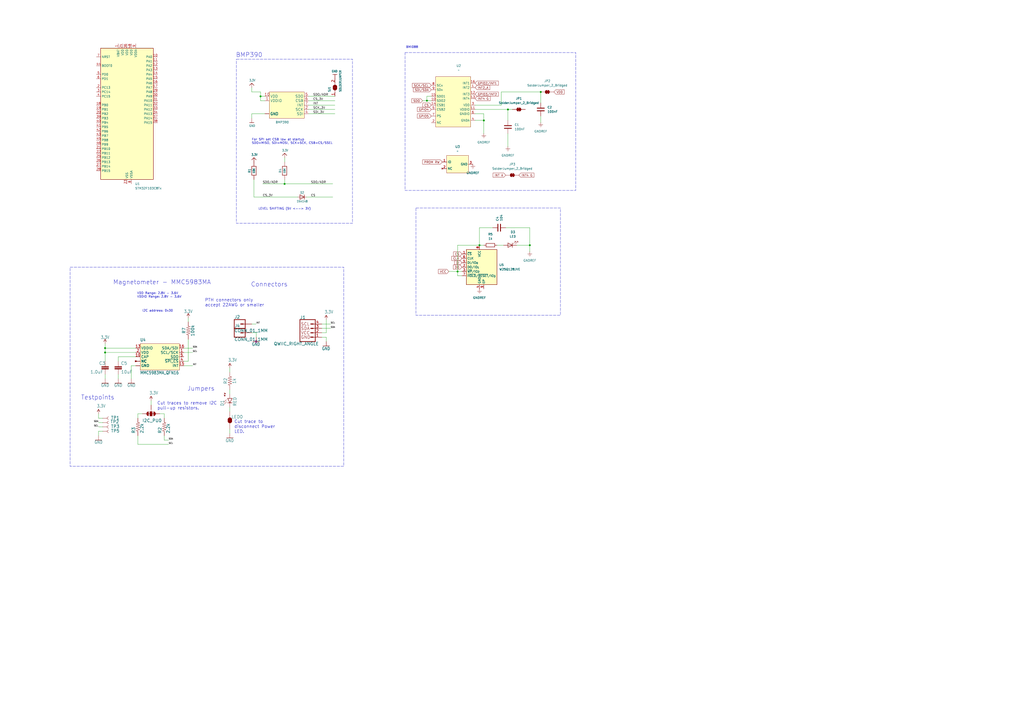
<source format=kicad_sch>
(kicad_sch (version 20250114) (generator "eeschema") (generator_version "9.0")
  (paper "A2")
  (lib_symbols
    (symbol "Adafruit BMP390-eagle-import:microbuilder_3.3V" (power)
      (symbol "microbuilder_3.3V_1_0"
        (pin power_in line (at 0 -2.54 90) (length 2.54) (name "3.3V") (number "1"))
      )
    )
    (symbol "Adafruit BMP390-eagle-import:microbuilder_BMP388"
      (property "Value" "BMP390" (at -6.604 -10.668 0))
      (symbol "microbuilder_BMP388_1_0"
        (pin power_in line (at -12.7 5.08 0) (length 2.54) (name "VDD") (number "10"))
        (pin power_in line (at -12.7 2.54 0) (length 2.54) (name "VDDIO") (number "1"))
        (pin power_in line (at -12.7 -5.08 0) (length 2.54) (name "GND") (number "3"))
        (pin power_in line (at -12.7 -5.08 0) (length 2.54) (name "GND") (number "8"))
        (pin power_in line (at -12.7 -5.08 0) (length 2.54) (name "GND") (number "9"))
        (pin output line (at 12.7 5.08 180) (length 2.54) (name "SDO") (number "5"))
        (pin input line (at 12.7 2.54 180) (length 2.54) (name "CSB") (number "6"))
        (pin output line (at 12.7 0 180) (length 2.54) (name "INT") (number "7"))
        (pin input line (at 12.7 -2.54 180) (length 2.54) (name "SCK") (number "2"))
        (pin input line (at 12.7 -5.08 180) (length 2.54) (name "SDI") (number "4"))
      )
    )
    (symbol "Adafruit BMP390-eagle-import:microbuilder_DIODESOD-323"
      (property "Reference" "D" (at 0 2.54 0))
      (symbol "microbuilder_DIODESOD-323_1_0"
        (pin passive line (at -2.54 0 0) (length 2.54) (name "A") (number "A"))
        (pin passive line (at 2.54 0 180) (length 2.54) (name "C") (number "C"))
      )
    )
    (symbol "Adafruit BMP390-eagle-import:microbuilder_GND" (power)
      (symbol "microbuilder_GND_1_0"
        (pin power_in line (at 0 2.54 270) (length 2.54) (name "GND") (number "1"))
      )
    )
    (symbol "Adafruit BMP390-eagle-import:microbuilder_RESISTOR_0603_NOOUT"
      (property "Reference" "R" (at 0 2.54 0))
      (symbol "microbuilder_RESISTOR_0603_NOOUT_1_0"
        (pin passive line (at -5.08 0 0) (length 2.54) (name "1") (number "1"))
        (pin passive line (at 5.08 0 180) (length 2.54) (name "2") (number "2"))
      )
    )
    (symbol "Adafruit BMP390-eagle-import:microbuilder_SOLDERJUMPER"
      (property "Reference" "SJ" (at -2.54 2.54 0))
      (symbol "microbuilder_SOLDERJUMPER_1_0"
        (pin passive line (at -5.08 0 0) (length 2.54) (name "1") (number "1"))
        (pin passive line (at 5.08 0 180) (length 2.54) (name "2") (number "2"))
      )
    )
    (symbol "Device:C" (pin_numbers (hide yes)) (pin_names (offset 0.254))
      (property "Reference" "C" (at 0.635 2.54 0))
      (property "Value" "C" (at 0.635 -2.54 0))
      (symbol "C_1_1"
        (pin passive line (at 0 3.81 270) (length 2.794) (name "~") (number "1"))
        (pin passive line (at 0 -3.81 90) (length 2.794) (name "~") (number "2"))
      )
    )
    (symbol "Device:LED" (pin_numbers (hide yes)) (pin_names (offset 1.016) (hide yes))
      (property "Reference" "D" (at 0 2.54 0))
      (property "Value" "LED" (at 0 -2.54 0))
      (symbol "LED_1_1"
        (pin passive line (at -3.81 0 0) (length 2.54) (name "K") (number "1"))
        (pin passive line (at 3.81 0 180) (length 2.54) (name "A") (number "2"))
      )
    )
    (symbol "Device:R" (pin_numbers (hide yes)) (pin_names (offset 0))
      (property "Reference" "R" (at 2.032 0 90))
      (property "Value" "R" (at 0 0 90))
      (symbol "R_1_1"
        (pin passive line (at 0 3.81 270) (length 1.27) (name "~") (number "1"))
        (pin passive line (at 0 -3.81 90) (length 1.27) (name "~") (number "2"))
      )
    )
    (symbol "Jumper:SolderJumper_2_Bridged" (pin_numbers (hide yes)) (pin_names (offset 0) (hide yes)) (in_bom no)
      (property "Reference" "JP" (at 0 2.032 0))
      (property "Value" "SolderJumper_2_Bridged" (at 0 -2.54 0))
      (symbol "SolderJumper_2_Bridged_1_1"
        (pin passive line (at -3.81 0 0) (length 2.54) (name "A") (number "1"))
        (pin passive line (at 3.81 0 180) (length 2.54) (name "B") (number "2"))
      )
    )
    (symbol "MCU_ST_STM32F1:STM32F103C8Tx"
      (property "Reference" "U" (at -15.24 39.37 0))
      (property "Value" "STM32F103C8Tx" (at 7.62 39.37 0))
      (symbol "STM32F103C8Tx_1_1"
        (pin input line (at -17.78 33.02 0) (length 2.54) (name "NRST") (number "7"))
        (pin input line (at -17.78 27.94 0) (length 2.54) (name "BOOT0") (number "44"))
        (pin bidirectional line (at -17.78 22.86 0) (length 2.54) (name "PD0") (number "5"))
        (pin bidirectional line (at -17.78 20.32 0) (length 2.54) (name "PD1") (number "6"))
        (pin bidirectional line (at -17.78 15.24 0) (length 2.54) (name "PC13") (number "2"))
        (pin bidirectional line (at -17.78 12.7 0) (length 2.54) (name "PC14") (number "3"))
        (pin bidirectional line (at -17.78 10.16 0) (length 2.54) (name "PC15") (number "4"))
        (pin bidirectional line (at -17.78 5.08 0) (length 2.54) (name "PB0") (number "18"))
        (pin bidirectional line (at -17.78 2.54 0) (length 2.54) (name "PB1") (number "19"))
        (pin bidirectional line (at -17.78 0 0) (length 2.54) (name "PB2") (number "20"))
        (pin bidirectional line (at -17.78 -2.54 0) (length 2.54) (name "PB3") (number "39"))
        (pin bidirectional line (at -17.78 -5.08 0) (length 2.54) (name "PB4") (number "40"))
        (pin bidirectional line (at -17.78 -7.62 0) (length 2.54) (name "PB5") (number "41"))
        (pin bidirectional line (at -17.78 -10.16 0) (length 2.54) (name "PB6") (number "42"))
        (pin bidirectional line (at -17.78 -12.7 0) (length 2.54) (name "PB7") (number "43"))
        (pin bidirectional line (at -17.78 -15.24 0) (length 2.54) (name "PB8") (number "45"))
        (pin bidirectional line (at -17.78 -17.78 0) (length 2.54) (name "PB9") (number "46"))
        (pin bidirectional line (at -17.78 -20.32 0) (length 2.54) (name "PB10") (number "21"))
        (pin bidirectional line (at -17.78 -22.86 0) (length 2.54) (name "PB11") (number "22"))
        (pin bidirectional line (at -17.78 -25.4 0) (length 2.54) (name "PB12") (number "25"))
        (pin bidirectional line (at -17.78 -27.94 0) (length 2.54) (name "PB13") (number "26"))
        (pin bidirectional line (at -17.78 -30.48 0) (length 2.54) (name "PB14") (number "27"))
        (pin bidirectional line (at -17.78 -33.02 0) (length 2.54) (name "PB15") (number "28"))
        (pin power_in line (at -5.08 40.64 270) (length 2.54) (name "VBAT") (number "1"))
        (pin power_in line (at -2.54 40.64 270) (length 2.54) (name "VDD") (number "24"))
        (pin power_in line (at 0 40.64 270) (length 2.54) (name "VDD") (number "36"))
        (pin power_in line (at 0 -40.64 90) (length 2.54) (name "VSS") (number "23"))
        (pin passive line (at 0 -40.64 90) (length 2.54) (hide yes) (name "VSS") (number "35"))
        (pin passive line (at 0 -40.64 90) (length 2.54) (hide yes) (name "VSS") (number "47"))
        (pin power_in line (at 2.54 40.64 270) (length 2.54) (name "VDD") (number "48"))
        (pin power_in line (at 2.54 -40.64 90) (length 2.54) (name "VSSA") (number "8"))
        (pin power_in line (at 5.08 40.64 270) (length 2.54) (name "VDDA") (number "9"))
        (pin bidirectional line (at 17.78 33.02 180) (length 2.54) (name "PA0") (number "10"))
        (pin bidirectional line (at 17.78 30.48 180) (length 2.54) (name "PA1") (number "11"))
        (pin bidirectional line (at 17.78 27.94 180) (length 2.54) (name "PA2") (number "12"))
        (pin bidirectional line (at 17.78 25.4 180) (length 2.54) (name "PA3") (number "13"))
        (pin bidirectional line (at 17.78 22.86 180) (length 2.54) (name "PA4") (number "14"))
        (pin bidirectional line (at 17.78 20.32 180) (length 2.54) (name "PA5") (number "15"))
        (pin bidirectional line (at 17.78 17.78 180) (length 2.54) (name "PA6") (number "16"))
        (pin bidirectional line (at 17.78 15.24 180) (length 2.54) (name "PA7") (number "17"))
        (pin bidirectional line (at 17.78 12.7 180) (length 2.54) (name "PA8") (number "29"))
        (pin bidirectional line (at 17.78 10.16 180) (length 2.54) (name "PA9") (number "30"))
        (pin bidirectional line (at 17.78 7.62 180) (length 2.54) (name "PA10") (number "31"))
        (pin bidirectional line (at 17.78 5.08 180) (length 2.54) (name "PA11") (number "32"))
        (pin bidirectional line (at 17.78 2.54 180) (length 2.54) (name "PA12") (number "33"))
        (pin bidirectional line (at 17.78 0 180) (length 2.54) (name "PA13") (number "34"))
        (pin bidirectional line (at 17.78 -2.54 180) (length 2.54) (name "PA14") (number "37"))
        (pin bidirectional line (at 17.78 -5.08 180) (length 2.54) (name "PA15") (number "38"))
      )
    )
    (symbol "Memory_Flash:W25Q128JVE"
      (property "Reference" "U" (at -6.35 11.43 0))
      (property "Value" "W25Q128JVE" (at 7.62 11.43 0))
      (symbol "W25Q128JVE_1_1"
        (pin input line (at -10.16 7.62 0) (length 2.54) (name "~{CS}") (number "1"))
        (pin input line (at -10.16 5.08 0) (length 2.54) (name "CLK") (number "6"))
        (pin bidirectional line (at -10.16 2.54 0) (length 2.54) (name "DI/IO_{0}") (number "5"))
        (pin bidirectional line (at -10.16 0 0) (length 2.54) (name "DO/IO_{1}") (number "2"))
        (pin bidirectional line (at -10.16 -2.54 0) (length 2.54) (name "~{WP}/IO_{2}") (number "3"))
        (pin bidirectional line (at -10.16 -5.08 0) (length 2.54) (name "~{HOLD}/~{RESET}/IO_{3}") (number "7"))
        (pin power_in line (at 0 12.7 270) (length 2.54) (name "VCC") (number "8"))
        (pin power_in line (at 0 -12.7 90) (length 2.54) (name "GND") (number "4"))
        (pin passive line (at 2.54 -12.7 90) (length 2.54) (name "EP") (number "9"))
      )
    )
    (symbol "New_Library:BMi088"
      (property "Reference" "U2" (at 13.335 29.21 0))
      (property "Value" "~" (at 13.335 26.67 0))
      (symbol "BMi088_1_1"
        (pin output line (at -2.54 17.78 0) (length 2.54) (name "SCx") (number "8"))
        (pin input line (at -2.54 15.24 0) (length 2.54) (name "SDx") (number "9"))
        (pin output line (at -2.54 11.43 0) (length 2.54) (name "SDO1") (number "15"))
        (pin output line (at -2.54 8.89 0) (length 2.54) (name "SDO2") (number "10"))
        (pin input line (at -2.54 6.35 0) (length 2.54) (name "CSB1") (number "14"))
        (pin input line (at -2.54 3.81 0) (length 2.54) (name "CSB2") (number "5"))
        (pin input line (at -2.54 0 0) (length 2.54) (name "PS") (number "7"))
        (pin power_out line (at -2.54 -3.81 0) (length 2.54) (name "NC") (number "2"))
        (pin output line (at 22.86 19.05 180) (length 2.54) (name "INT1") (number "16"))
        (pin output line (at 22.86 16.51 180) (length 2.54) (name "INT2") (number "1"))
        (pin bidirectional line (at 22.86 12.7 180) (length 2.54) (name "INT3") (number "12"))
        (pin bidirectional line (at 22.86 10.16 180) (length 2.54) (name "INT4") (number "13"))
        (pin power_in line (at 22.86 6.35 180) (length 2.54) (name "VDD") (number "3"))
        (pin power_in line (at 22.86 3.81 180) (length 2.54) (name "VDDIO") (number "11"))
        (pin power_in line (at 22.86 1.27 180) (length 2.54) (name "GNDIO") (number "6"))
        (pin power_in line (at 22.86 -2.54 180) (length 2.54) (name "GNDA") (number "4"))
      )
    )
    (symbol "New_Library:_1"
      (property "Reference" "U" (at 0 0 0))
      (symbol "_1_1_1"
        (pin power_in line (at -8.89 -6.35 0) (length 2.54) (name "IO") (number "1"))
        (pin no_connect line (at -8.89 -10.16 0) (length 2.54) (name "NC") (number "2"))
        (pin power_out line (at 8.89 -7.62 180) (length 2.54) (name "GND") (number "3"))
      )
    )
    (symbol "SparkFun_Magnetometer_MMC5983MA_Qwiic_Micro-eagle-import:1.0UF-0402T-16V-10%"
      (property "Reference" "C" (at 1.524 2.921 0))
      (symbol "1.0UF-0402T-16V-10%_1_0"
        (pin passive line (at 0 5.08 270) (length 2.54) (name "1") (number "1"))
        (pin passive line (at 0 -2.54 90) (length 2.54) (name "2") (number "2"))
      )
    )
    (symbol "SparkFun_Magnetometer_MMC5983MA_Qwiic_Micro-eagle-import:100KOHM-0402T-1/16W-1%"
      (property "Reference" "R" (at 0 1.524 0))
      (symbol "100KOHM-0402T-1/16W-1%_1_0"
        (pin passive line (at -5.08 0 0) (length 2.54) (name "1") (number "1"))
        (pin passive line (at 5.08 0 180) (length 2.54) (name "2") (number "2"))
      )
    )
    (symbol "SparkFun_Magnetometer_MMC5983MA_Qwiic_Micro-eagle-import:10UF-0402T-6.3V-20%"
      (property "Reference" "C" (at 1.524 2.921 0))
      (symbol "10UF-0402T-6.3V-20%_1_0"
        (pin passive line (at 0 5.08 270) (length 2.54) (name "1") (number "1"))
        (pin passive line (at 0 -2.54 90) (length 2.54) (name "2") (number "2"))
      )
    )
    (symbol "SparkFun_Magnetometer_MMC5983MA_Qwiic_Micro-eagle-import:1KOHM-0402T-1/16W-1%"
      (property "Reference" "R" (at 0 1.524 0))
      (symbol "1KOHM-0402T-1/16W-1%_1_0"
        (pin passive line (at -5.08 0 0) (length 2.54) (name "1") (number "1"))
        (pin passive line (at 5.08 0 180) (length 2.54) (name "2") (number "2"))
      )
    )
    (symbol "SparkFun_Magnetometer_MMC5983MA_Qwiic_Micro-eagle-import:2.2KOHM-0402T-1/16W-1%"
      (property "Reference" "R" (at 0 1.524 0))
      (symbol "2.2KOHM-0402T-1/16W-1%_1_0"
        (pin passive line (at -5.08 0 0) (length 2.54) (name "1") (number "1"))
        (pin passive line (at 5.08 0 180) (length 2.54) (name "2") (number "2"))
      )
    )
    (symbol "SparkFun_Magnetometer_MMC5983MA_Qwiic_Micro-eagle-import:3.3V" (power)
      (symbol "3.3V_1_0"
        (pin power_in line (at 0 0 90) (length 2.54) (name "3.3V") (number "1"))
      )
    )
    (symbol "SparkFun_Magnetometer_MMC5983MA_Qwiic_Micro-eagle-import:CONN_01_1MM"
      (property "Reference" "J" (at -2.54 3.048 0))
      (symbol "CONN_01_1MM_1_0"
        (pin passive line (at 7.62 0 180) (length 5.08) (name "1") (number "1"))
      )
    )
    (symbol "SparkFun_Magnetometer_MMC5983MA_Qwiic_Micro-eagle-import:GND" (power)
      (symbol "GND_1_0"
        (pin power_in line (at 0 2.54 270) (length 2.54) (name "GND") (number "1"))
      )
    )
    (symbol "SparkFun_Magnetometer_MMC5983MA_Qwiic_Micro-eagle-import:JUMPER-SMT_2_NC_TRACE_SILK"
      (property "Reference" "JP" (at 0 3.048 0))
      (symbol "JUMPER-SMT_2_NC_TRACE_SILK_1_0"
        (pin passive line (at -5.08 0 0) (length 2.54) (name "1") (number "1"))
        (pin passive line (at 5.08 0 180) (length 2.54) (name "2") (number "2"))
      )
    )
    (symbol "SparkFun_Magnetometer_MMC5983MA_Qwiic_Micro-eagle-import:JUMPER-SMT_3_2-NC_TRACE_SILK"
      (property "Reference" "JP" (at 6.096 1.524 0))
      (symbol "JUMPER-SMT_3_2-NC_TRACE_SILK_1_0"
        (pin passive line (at -5.08 0 0) (length 2.54) (name "2") (number "2"))
        (pin passive line (at 0 5.08 270) (length 2.54) (name "1") (number "1"))
        (pin passive line (at 0 -5.08 90) (length 2.54) (name "3") (number "3"))
      )
    )
    (symbol "SparkFun_Magnetometer_MMC5983MA_Qwiic_Micro-eagle-import:LED-RED_0402"
      (property "Reference" "D" (at -3.429 -4.572 90))
      (symbol "LED-RED_0402_1_0"
        (pin passive line (at 0 2.54 270) (length 2.54) (name "A") (number "A"))
        (pin passive line (at 0 -5.08 90) (length 2.54) (name "C") (number "C"))
      )
    )
    (symbol "SparkFun_Magnetometer_MMC5983MA_Qwiic_Micro-eagle-import:MMC5983MA_QFN16"
      (property "Reference" "U4" (at -10.16 8.89 0))
      (property "Value" "MMC5983MA_QFN16" (at -10.16 -10.16 0))
      (symbol "MMC5983MA_QFN16_1_0"
        (pin power_in line (at -12.7 5.08 0) (length 2.54) (name "VDDIO") (number "13"))
        (pin power_in line (at -12.7 2.54 0) (length 2.54) (name "VDD") (number "2"))
        (pin passive line (at -12.7 0 0) (length 2.54) (name "CAP") (number "10"))
        (pin no_connect line (at -12.7 -2.54 0) (length 2.54) (name "NC") (number "12"))
        (pin no_connect line (at -12.7 -2.54 0) (length 2.54) (name "NC") (number "14"))
        (pin no_connect line (at -12.7 -2.54 0) (length 2.54) (name "NC") (number "3"))
        (pin no_connect line (at -12.7 -2.54 0) (length 2.54) (name "NC") (number "6"))
        (pin no_connect line (at -12.7 -2.54 0) (length 2.54) (name "NC") (number "7"))
        (pin no_connect line (at -12.7 -2.54 0) (length 2.54) (name "NC") (number "8"))
        (pin power_in line (at -12.7 -5.08 0) (length 2.54) (name "GND") (number "11"))
        (pin power_in line (at -12.7 -5.08 0) (length 2.54) (name "GND") (number "9"))
        (pin bidirectional line (at 15.24 5.08 180) (length 2.54) (name "SDA/SDI") (number "16"))
        (pin bidirectional line (at 15.24 2.54 180) (length 2.54) (name "SCL/SCK") (number "1"))
        (pin output line (at 15.24 0 180) (length 2.54) (name "SDO") (number "5"))
        (pin input line (at 15.24 -2.54 180) (length 2.54) (name "~{SPI_CS}") (number "4"))
        (pin output line (at 15.24 -5.08 180) (length 2.54) (name "INT") (number "15"))
      )
    )
    (symbol "SparkFun_Magnetometer_MMC5983MA_Qwiic_Micro-eagle-import:QWIIC_CONNECTORJS-1MM"
      (property "Reference" "J" (at -5.08 7.874 0))
      (symbol "QWIIC_CONNECTORJS-1MM_1_0"
        (text "SCL" (at -4.572 5.08 0) (effects (font (size 1.778 1.778)) (justify left)))
        (text "SDA" (at -4.572 2.54 0) (effects (font (size 1.778 1.778)) (justify left)))
        (text "VCC" (at -4.572 0 0) (effects (font (size 1.778 1.778)) (justify left)))
        (text "GND" (at -4.572 -2.54 0) (effects (font (size 1.778 1.778)) (justify left)))
        (pin passive line (at 7.62 5.08 180) (length 5.08) (name "4") (number "4"))
        (pin passive line (at 7.62 2.54 180) (length 5.08) (name "3") (number "3"))
        (pin power_in line (at 7.62 0 180) (length 5.08) (name "2") (number "2"))
        (pin power_in line (at 7.62 -2.54 180) (length 5.08) (name "1") (number "1"))
      )
    )
    (symbol "SparkFun_Magnetometer_MMC5983MA_Qwiic_Micro-eagle-import:TEST-POINT3"
      (symbol "TEST-POINT3_1_0"
        (pin bidirectional line (at 0 0 180) (length 0) (name "1") (number "1"))
      )
    )
    (symbol "power:GNDREF" (power) (pin_numbers (hide yes)) (pin_names (offset 0) (hide yes))
      (property "Value" "GNDREF" (at 0 -3.81 0))
      (symbol "GNDREF_1_1"
        (pin power_in line (at 0 0 270) (length 0) (name "~") (number "1"))
      )
    )
  )
  (rectangle (start 241.3 120.65) (end 325.12 182.88) (stroke (width 0) (type dash)))
  (rectangle (start 234.95 30.48) (end 334.01 110.49) (stroke (width 0) (type dash)))
  (rectangle (start 137.16 34.29) (end 204.47 129.54) (stroke (width 0) (type dash)))
  (rectangle (start 40.64 154.94) (end 199.39 270.51) (stroke (width 0) (type dash)))
  (text "BMP390" (at 144.526 32.004 0) (effects (font (size 2.54 2.54))))
  (text "BMI088" (at 239.014 27.432 0) (effects (font (size 1.27 1.27))))
  (text "LEVEL SHIFTING (5V <--> 3V)" (at 149.86 121.92 0) (effects (font (size 1.27 1.27)) (justify left bottom)))
  (text "Cut traces to remove I2C\npull-up resistors." (at 91.186 232.918 0) (effects (font (size 1.778 1.778)) (justify left top)))
  (text "Testpoints" (at 46.99 232.156 0) (effects (font (size 2.54 2.54)) (justify left bottom)))
  (text "Connectors" (at 156.21 165.1 0) (effects (font (size 2.54 2.54))))
  (text "PTH connectors only\naccept 22AWG or smaller" (at 118.872 178.054 0) (effects (font (size 1.778 1.778)) (justify left bottom)))
  (text "I2C address: 0x30" (at 91.44 180.34 0) (effects (font (size 1.27 1.27))))
  (text "For SPI set CSB low at startup\nSDO=MISO, SDI=MOSI, SCK=SCK, CSB=CS/SSEL" (at 146.05 83.82 0) (effects (font (size 1.27 1.27)) (justify left bottom)))
  (text "VDD Range: 2.8V - 3.6V\nVDDIO Range: 2.8V - 3.6V" (at 79.502 172.974 0) (effects (font (size 1.27 1.27)) (justify left bottom)))
  (text "Jumpers" (at 116.586 225.552 0) (effects (font (size 2.54 2.54))))
  (text "Magnetometer - MMC5983MA" (at 93.98 163.83 0) (effects (font (size 2.54 2.54))))
  (text "Cut trace to\ndisconnect Power\nLED." (at 135.89 251.46 0) (effects (font (size 1.778 1.778)) (justify left bottom)))
  (junction (at 60.96 201.93))
  (junction (at 294.64 63.5))
  (junction (at 151.13 55.88))
  (junction (at 265.43 157.48))
  (junction (at 165.1 106.68))
  (junction (at 247.65 58.42))
  (junction (at 280.67 69.85))
  (junction (at 60.96 204.47))
  (junction (at 278.13 142.24))
  (junction (at 313.69 53.34))
  (junction (at 307.34 142.24))
  (wire (pts (xy 60.96 217.17) (xy 60.96 219.71)) (stroke (width 0.1524)))
  (wire (pts (xy 189.23 195.58) (xy 189.23 198.12)) (stroke (width 0.1524)))
  (wire (pts (xy 148.59 193.04) (xy 148.59 195.58)) (stroke (width 0.1524)))
  (wire (pts (xy 307.34 132.08) (xy 307.34 142.24)))
  (wire (pts (xy 95.25 255.27) (xy 97.79 255.27)) (stroke (width 0.1524)))
  (wire (pts (xy 245.11 58.42) (xy 247.65 58.42)))
  (wire (pts (xy 179.07 58.42) (xy 194.31 58.42)) (stroke (width 0.1524)))
  (wire (pts (xy 146.05 193.04) (xy 148.59 193.04)) (stroke (width 0.1524)))
  (wire (pts (xy 106.68 201.93) (xy 111.76 201.93)) (stroke (width 0.1524)))
  (wire (pts (xy 294.64 77.47) (xy 294.64 85.09)))
  (wire (pts (xy 57.15 250.19) (xy 57.15 252.73)) (stroke (width 0.1524)))
  (wire (pts (xy 133.35 248.92) (xy 133.35 251.46)) (stroke (width 0.1524)))
  (wire (pts (xy 186.69 195.58) (xy 189.23 195.58)) (stroke (width 0.1524)))
  (wire (pts (xy 60.96 201.93) (xy 78.74 201.93)) (stroke (width 0.1524)))
  (wire (pts (xy 280.67 66.04) (xy 280.67 69.85)))
  (wire (pts (xy 288.29 142.24) (xy 292.1 142.24)))
  (wire (pts (xy 265.43 160.02) (xy 265.43 157.48)))
  (wire (pts (xy 247.65 55.88) (xy 247.65 58.42)))
  (wire (pts (xy 106.68 204.47) (xy 111.76 204.47)) (stroke (width 0.1524)))
  (wire (pts (xy 59.69 242.57) (xy 57.15 242.57)) (stroke (width 0.1524)))
  (wire (pts (xy 278.13 132.08) (xy 278.13 142.24)))
  (wire (pts (xy 194.31 63.5) (xy 179.07 63.5)) (stroke (width 0.1524)))
  (wire (pts (xy 68.58 209.55) (xy 68.58 207.01)) (stroke (width 0.1524)))
  (wire (pts (xy 146.05 66.04) (xy 153.67 66.04)) (stroke (width 0.1524)))
  (wire (pts (xy 307.34 142.24) (xy 307.34 146.05)))
  (wire (pts (xy 95.25 240.03) (xy 95.25 242.57)) (stroke (width 0.1524)))
  (wire (pts (xy 265.43 157.48) (xy 265.43 142.24)))
  (wire (pts (xy 179.07 60.96) (xy 194.31 60.96)) (stroke (width 0.1524)))
  (wire (pts (xy 133.35 215.9) (xy 133.35 213.36)) (stroke (width 0.1524)))
  (wire (pts (xy 172.72 114.3) (xy 147.32 114.3)) (stroke (width 0.1524)))
  (wire (pts (xy 146.05 53.34) (xy 151.13 53.34)) (stroke (width 0.1524)))
  (wire (pts (xy 148.59 187.96) (xy 146.05 187.96)) (stroke (width 0.1524)))
  (wire (pts (xy 165.1 106.68) (xy 152.4 106.68)) (stroke (width 0.1524)))
  (wire (pts (xy 80.01 252.73) (xy 80.01 257.81)) (stroke (width 0.1524)))
  (wire (pts (xy 151.13 58.42) (xy 153.67 58.42)) (stroke (width 0.1524)))
  (wire (pts (xy 87.63 232.41) (xy 87.63 234.95)) (stroke (width 0.1524)))
  (wire (pts (xy 275.59 66.04) (xy 280.67 66.04)))
  (wire (pts (xy 186.69 190.5) (xy 191.77 190.5)) (stroke (width 0.1524)))
  (wire (pts (xy 76.2 212.09) (xy 76.2 219.71)) (stroke (width 0.1524)))
  (wire (pts (xy 133.35 236.22) (xy 133.35 238.76)) (stroke (width 0.1524)))
  (wire (pts (xy 165.1 91.44) (xy 165.1 93.98)) (stroke (width 0.1524)))
  (wire (pts (xy 275.59 69.85) (xy 280.67 69.85)))
  (wire (pts (xy 186.69 187.96) (xy 191.77 187.96)) (stroke (width 0.1524)))
  (wire (pts (xy 57.15 250.19) (xy 59.69 250.19)) (stroke (width 0.1524)))
  (wire (pts (xy 109.22 196.85) (xy 109.22 209.55)) (stroke (width 0.1524)))
  (wire (pts (xy 95.25 252.73) (xy 95.25 255.27)) (stroke (width 0.1524)))
  (wire (pts (xy 186.69 193.04) (xy 189.23 193.04)) (stroke (width 0.1524)))
  (wire (pts (xy 294.64 63.5) (xy 297.18 63.5)))
  (wire (pts (xy 275.59 63.5) (xy 294.64 63.5)))
  (wire (pts (xy 299.72 142.24) (xy 307.34 142.24)))
  (wire (pts (xy 78.74 212.09) (xy 76.2 212.09)) (stroke (width 0.1524)))
  (wire (pts (xy 78.74 204.47) (xy 60.96 204.47)) (stroke (width 0.1524)))
  (wire (pts (xy 165.1 106.68) (xy 193.04 106.68)) (stroke (width 0.1524)))
  (wire (pts (xy 68.58 217.17) (xy 68.58 219.71)) (stroke (width 0.1524)))
  (wire (pts (xy 275.59 60.96) (xy 290.83 60.96)))
  (wire (pts (xy 294.64 63.5) (xy 294.64 69.85)))
  (wire (pts (xy 153.67 55.88) (xy 151.13 55.88)) (stroke (width 0.1524)))
  (wire (pts (xy 133.35 226.06) (xy 133.35 228.6)) (stroke (width 0.1524)))
  (wire (pts (xy 265.43 142.24) (xy 278.13 142.24)))
  (wire (pts (xy 179.07 66.04) (xy 194.31 66.04)) (stroke (width 0.1524)))
  (wire (pts (xy 147.32 114.3) (xy 147.32 104.14)) (stroke (width 0.1524)))
  (wire (pts (xy 189.23 193.04) (xy 189.23 185.42)) (stroke (width 0.1524)))
  (wire (pts (xy 280.67 69.85) (xy 280.67 77.47)))
  (wire (pts (xy 60.96 199.39) (xy 60.96 201.93)) (stroke (width 0.1524)))
  (wire (pts (xy 290.83 60.96) (xy 290.83 53.34)))
  (wire (pts (xy 146.05 66.04) (xy 146.05 68.58)) (stroke (width 0.1524)))
  (wire (pts (xy 179.07 55.88) (xy 194.31 55.88)) (stroke (width 0.1524)))
  (wire (pts (xy 60.96 209.55) (xy 60.96 204.47)) (stroke (width 0.1524)))
  (wire (pts (xy 106.68 212.09) (xy 111.76 212.09)) (stroke (width 0.1524)))
  (wire (pts (xy 151.13 53.34) (xy 151.13 55.88)) (stroke (width 0.1524)))
  (wire (pts (xy 267.97 160.02) (xy 265.43 160.02)))
  (wire (pts (xy 59.69 245.11) (xy 57.15 245.11)) (stroke (width 0.1524)))
  (wire (pts (xy 57.15 242.57) (xy 57.15 240.03)) (stroke (width 0.1524)))
  (wire (pts (xy 78.74 207.01) (xy 68.58 207.01)) (stroke (width 0.1524)))
  (wire (pts (xy 278.13 142.24) (xy 280.67 142.24)))
  (wire (pts (xy 80.01 257.81) (xy 97.79 257.81)) (stroke (width 0.1524)))
  (wire (pts (xy 265.43 157.48) (xy 267.97 157.48)))
  (wire (pts (xy 165.1 104.14) (xy 165.1 106.68)) (stroke (width 0.1524)))
  (wire (pts (xy 313.69 59.69) (xy 313.69 53.34)))
  (wire (pts (xy 109.22 184.404) (xy 109.22 186.69)) (stroke (width 0.1524)))
  (wire (pts (xy 260.35 157.48) (xy 265.43 157.48)))
  (wire (pts (xy 146.05 50.8) (xy 146.05 53.34)) (stroke (width 0.1524)))
  (wire (pts (xy 290.83 53.34) (xy 313.69 53.34)))
  (wire (pts (xy 59.69 247.65) (xy 57.15 247.65)) (stroke (width 0.1524)))
  (wire (pts (xy 293.37 132.08) (xy 307.34 132.08)))
  (wire (pts (xy 313.69 67.31) (xy 313.69 71.12)))
  (wire (pts (xy 285.75 132.08) (xy 278.13 132.08)))
  (wire (pts (xy 151.13 55.88) (xy 151.13 58.42)) (stroke (width 0.1524)))
  (wire (pts (xy 247.65 58.42) (xy 250.19 58.42)))
  (wire (pts (xy 80.01 240.03) (xy 82.55 240.03)) (stroke (width 0.1524)))
  (wire (pts (xy 60.96 204.47) (xy 60.96 201.93)) (stroke (width 0.1524)))
  (wire (pts (xy 80.01 242.57) (xy 80.01 240.03)) (stroke (width 0.1524)))
  (wire (pts (xy 177.8 114.3) (xy 193.04 114.3)) (stroke (width 0.1524)))
  (wire (pts (xy 106.68 209.55) (xy 109.22 209.55)) (stroke (width 0.1524)))
  (wire (pts (xy 92.71 240.03) (xy 95.25 240.03)) (stroke (width 0.1524)))
  (wire (pts (xy 250.19 55.88) (xy 247.65 55.88)))
  (label "SDO/ADR" (at 152.4 106.68 0) (effects (font (size 1.2446 1.2446))))
  (label "SCL" (at 111.76 204.47 0) (effects (font (size 0.889 0.889))))
  (label "CS_3V" (at 152.4 114.3 0) (effects (font (size 1.2446 1.2446))))
  (label "SCL" (at 57.15 247.65 180) (effects (font (size 0.889 0.889))))
  (label "SDO/ADR" (at 181.61 55.88 0) (effects (font (size 1.2446 1.2446))))
  (label "INT" (at 148.59 187.96 0) (effects (font (size 0.889 0.889))))
  (label "SCK_3V" (at 181.61 63.5 0) (effects (font (size 1.2446 1.2446))))
  (label "SCL" (at 97.79 257.81 0) (effects (font (size 0.889 0.889))))
  (label "SDA" (at 57.15 245.11 180) (effects (font (size 0.889 0.889))))
  (label "SDO/ADR" (at 180.34 106.68 0) (effects (font (size 1.2446 1.2446))))
  (label "SCL" (at 191.77 187.96 0) (effects (font (size 0.889 0.889))))
  (label "INT" (at 181.61 60.96 0) (effects (font (size 1.2446 1.2446))))
  (label "CS" (at 180.34 114.3 0) (effects (font (size 1.2446 1.2446))))
  (label "SDA" (at 191.77 190.5 0) (effects (font (size 0.889 0.889))))
  (label "SDA" (at 97.79 255.27 0) (effects (font (size 0.889 0.889))))
  (label "SDI_3V" (at 181.61 66.04 0) (effects (font (size 1.2446 1.2446))))
  (label "CS_3V" (at 181.61 58.42 0) (effects (font (size 1.2446 1.2446))))
  (label "INT" (at 111.76 212.09 0) (effects (font (size 0.889 0.889))))
  (label "SDA" (at 111.76 201.93 0) (effects (font (size 0.889 0.889))))
  (global_label "GPIO5" (shape input) (at 250.19 67.31 180) (property "Intersheetrefs" "${INTERSHEET_REFS}" (effects (hide yes))))
  (global_label "GPIO4" (shape input) (at 250.19 63.5 180) (property "Intersheetrefs" "${INTERSHEET_REFS}" (effects (hide yes))))
  (global_label "SDI{slash}SDA" (shape input) (at 250.19 52.07 180) (property "Intersheetrefs" "${INTERSHEET_REFS}" (effects (hide yes))))
  (global_label "SCK{slash}SCL" (shape input) (at 250.19 49.53 180) (property "Intersheetrefs" "${INTERSHEET_REFS}" (effects (hide yes))))
  (global_label "GPIO3{slash}INT2" (shape input) (at 275.59 54.61 0) (property "Intersheetrefs" "${INTERSHEET_REFS}" (effects (hide yes))))
  (global_label "INT2_A" (shape input) (at 275.59 50.8 0) (property "Intersheetrefs" "${INTERSHEET_REFS}" (effects (hide yes))))
  (global_label "INT4 G" (shape input) (at 300.99 101.6 0) (property "Intersheetrefs" "${INTERSHEET_REFS}" (effects (hide yes))))
  (global_label "CLK" (shape input) (at 267.97 149.86 180) (property "Intersheetrefs" "${INTERSHEET_REFS}" (effects (hide yes))))
  (global_label "CS" (shape input) (at 250.19 60.96 180) (property "Intersheetrefs" "${INTERSHEET_REFS}" (effects (hide yes))))
  (global_label "DO" (shape input) (at 267.97 154.94 180) (property "Intersheetrefs" "${INTERSHEET_REFS}" (effects (hide yes))))
  (global_label "SDO" (shape input) (at 245.11 58.42 180) (property "Intersheetrefs" "${INTERSHEET_REFS}" (effects (hide yes))))
  (global_label "CS" (shape input) (at 267.97 147.32 180) (property "Intersheetrefs" "${INTERSHEET_REFS}" (effects (hide yes))))
  (global_label "VDD" (shape input) (at 321.31 53.34 0) (property "Intersheetrefs" "${INTERSHEET_REFS}" (effects (hide yes))))
  (global_label "PROM RW" (shape input) (at 256.54 93.98 180) (property "Intersheetrefs" "${INTERSHEET_REFS}" (effects (hide yes))))
  (global_label "INT A" (shape input) (at 293.37 101.6 180) (property "Intersheetrefs" "${INTERSHEET_REFS}" (effects (hide yes))))
  (global_label "INT4 G" (shape input) (at 275.59 57.15 0) (property "Intersheetrefs" "${INTERSHEET_REFS}" (effects (hide yes))))
  (global_label "DI" (shape input) (at 267.97 152.4 180) (property "Intersheetrefs" "${INTERSHEET_REFS}" (effects (hide yes))))
  (global_label "GPIO2{slash}INT1" (shape input) (at 275.59 48.26 0) (property "Intersheetrefs" "${INTERSHEET_REFS}" (effects (hide yes))))
  (global_label "VCC" (shape input) (at 260.35 157.48 180) (property "Intersheetrefs" "${INTERSHEET_REFS}" (effects (hide yes))))
  (symbol (lib_id "SparkFun_Magnetometer_MMC5983MA_Qwiic_Micro-eagle-import:GND") (at 57.15 255.27 0) (unit 1)
    (property "Reference" "#GND5" (effects (hide yes)))
    (property "Value" "GND" (at 57.15 255.524 0) (effects (font (size 1.778 1.5113)) (justify top)))
  )
  (symbol (lib_id "SparkFun_Magnetometer_MMC5983MA_Qwiic_Micro-eagle-import:3.3V") (at 60.96 199.39 0) (unit 1)
    (property "Reference" "#SUPPLY8" (effects (hide yes)))
    (property "Value" "3.3V" (at 60.96 196.596 0) (effects (font (size 1.778 1.5113)) (justify bottom)))
  )
  (symbol (lib_id "SparkFun_Magnetometer_MMC5983MA_Qwiic_Micro-eagle-import:GND") (at 133.35 254 0) (unit 1)
    (property "Reference" "#GND7" (effects (hide yes)))
    (property "Value" "GND" (at 130.81 256.54 0) (effects (font (size 1.778 1.5113)) (justify left bottom)))
  )
  (symbol (lib_id "SparkFun_Magnetometer_MMC5983MA_Qwiic_Micro-eagle-import:MMC5983MA_QFN16") (at 91.44 207.01 0) (unit 1)
    (property "Reference" "U4" (at 81.28 198.12 0) (effects (font (size 1.778 1.5113)) (justify left bottom)))
    (property "Value" "MMC5983MA_QFN16" (at 81.28 217.17 0) (effects (font (size 1.778 1.5113)) (justify left bottom)))
    (property "Footprint" "SparkFun_Magnetometer_MMC5983MA_Qwiic_Micro:LGA-16-3X3MM-4X4PINS" (effects (hide yes)))
  )
  (symbol (lib_id "SparkFun_Magnetometer_MMC5983MA_Qwiic_Micro-eagle-import:3.3V") (at 133.35 213.36 0) (unit 1)
    (property "Reference" "#SUPPLY3" (effects (hide yes)))
    (property "Value" "3.3V" (at 132.334 209.804 0) (effects (font (size 1.778 1.5113)) (justify left bottom)))
  )
  (symbol (lib_id "MCU_ST_STM32F1:STM32F103C8Tx") (at 73.66 66.04 0) (unit 1)
    (property "Reference" "U1" (at 78.3433 106.68 0) (effects (justify left)))
    (property "Value" "STM32F103C8Tx" (at 78.3433 109.22 0) (effects (justify left)))
    (property "Footprint" "Package_QFP:LQFP-48_7x7mm_P0.5mm" (effects (hide yes)))
    (property "Datasheet" "https://www.st.com/resource/en/datasheet/stm32f103c8.pdf" (effects (hide yes)))
    (property "Description" "STMicroelectronics Arm Cortex-M3 MCU, 64KB flash, 20KB RAM, 72 MHz, 2.0-3.6V, 37 GPIO, LQFP48" (effects (hide yes)))
  )
  (symbol (lib_id "SparkFun_Magnetometer_MMC5983MA_Qwiic_Micro-eagle-import:CONN_01_1MM") (at 138.43 193.04 0) (unit 1)
    (property "Reference" "J4" (at 135.89 189.992 0) (effects (font (size 1.778 1.778)) (justify left bottom)))
    (property "Value" "CONN_01_1MM" (at 135.89 197.866 0) (effects (font (size 1.778 1.778)) (justify left bottom)))
    (property "Footprint" "SparkFun_Magnetometer_MMC5983MA_Qwiic_Micro:1X01_1MM_NO_SILK" (effects (hide yes)))
  )
  (symbol (lib_id "Memory_Flash:W25Q128JVE") (at 278.13 154.94 0) (unit 1)
    (property "Reference" "U5" (at 289.56 153.6699 0) (effects (justify left)))
    (property "Value" "W25Q128JVE" (at 289.56 156.2099 0) (effects (justify left)))
    (property "Footprint" "Package_SON:WSON-8-1EP_8x6mm_P1.27mm_EP3.4x4.3mm" (effects (hide yes)))
    (property "Datasheet" "https://www.winbond.com/resource-files/w25q128jv_dtr%20revc%2003272018%20plus.pdf" (effects (hide yes)))
    (property "Description" "128Mbit / 16MiB Serial Flash Memory, Standard/Dual/Quad SPI, 2.7-3.6V, WSON-8" (effects (hide yes)))
  )
  (symbol (lib_id "Adafruit BMP390-eagle-import:microbuilder_RESISTOR_0603_NOOUT") (at 147.32 99.06 90) (unit 1)
    (property "Reference" "R1" (at 144.78 99.06 0))
    (property "Value" "10K" (at 147.32 99.06 0) (effects (font (size 1.016 1.016) (thickness 0.2032) (bold yes))))
    (property "Footprint" "Adafruit BMP390:0603-NO" (effects (hide yes)))
  )
  (symbol (lib_id "Jumper:SolderJumper_2_Bridged") (at 297.18 101.6 0) (unit 1) (in_bom no)
    (property "Reference" "JP3" (at 297.18 95.25 0))
    (property "Value" "SolderJumper_2_Bridged" (at 297.18 97.79 0))
    (property "Description" "Solder Jumper, 2-pole, closed/bridged" (effects (hide yes)))
  )
  (symbol (lib_id "SparkFun_Magnetometer_MMC5983MA_Qwiic_Micro-eagle-import:2.2KOHM-0402T-1/16W-1%") (at 95.25 247.65 90) (unit 1)
    (property "Reference" "R2" (at 93.7514 251.46 0) (effects (font (size 1.778 1.778)) (justify left bottom)))
    (property "Value" "2.2k" (at 98.552 251.46 0) (effects (font (size 1.778 1.778)) (justify left bottom)))
    (property "Footprint" "SparkFun_Magnetometer_MMC5983MA_Qwiic_Micro:0402-TIGHT" (effects (hide yes)))
  )
  (symbol (lib_id "SparkFun_Magnetometer_MMC5983MA_Qwiic_Micro-eagle-import:1.0UF-0402T-16V-10%") (at 60.96 214.63 0) (unit 1)
    (property "Reference" "C3" (at 57.404 211.709 0) (effects (font (size 1.778 1.778)) (justify left bottom)))
    (property "Value" "1.0uF" (at 52.324 216.789 0) (effects (font (size 1.778 1.778)) (justify left bottom)))
    (property "Footprint" "SparkFun_Magnetometer_MMC5983MA_Qwiic_Micro:0402-TIGHT" (effects (hide yes)))
  )
  (symbol (lib_id "Adafruit BMP390-eagle-import:microbuilder_SOLDERJUMPER") (at 194.31 50.8 90) (unit 1)
    (property "Reference" "SJ1" (at 191.77 53.34 0) (effects (font (size 1.27 1.0795)) (justify left bottom)))
    (property "Value" "SOLDERJUMPER" (at 198.12 53.34 0) (effects (font (size 1.27 1.0795)) (justify left bottom)))
    (property "Footprint" "Adafruit BMP390:SOLDERJUMPER_ARROW_NOPASTE" (effects (hide yes)))
  )
  (symbol (lib_id "Device:C") (at 313.69 63.5 0) (unit 1)
    (property "Reference" "C2" (at 317.5 62.2299 0) (effects (justify left)))
    (property "Value" "100nF" (at 317.5 64.7699 0) (effects (justify left)))
    (property "Description" "Unpolarized capacitor" (effects (hide yes)))
  )
  (symbol (lib_id "SparkFun_Magnetometer_MMC5983MA_Qwiic_Micro-eagle-import:2.2KOHM-0402T-1/16W-1%") (at 80.01 247.65 90) (unit 1)
    (property "Reference" "R3" (at 78.5114 251.46 0) (effects (font (size 1.778 1.778)) (justify left bottom)))
    (property "Value" "2.2k" (at 83.312 251.46 0) (effects (font (size 1.778 1.778)) (justify left bottom)))
    (property "Footprint" "SparkFun_Magnetometer_MMC5983MA_Qwiic_Micro:0402-TIGHT" (effects (hide yes)))
  )
  (symbol (lib_id "New_Library:BMi088") (at 252.73 67.31 0) (unit 1)
    (property "Reference" "U2" (at 266.065 38.1 0))
    (property "Value" "~" (at 266.065 40.64 0))
  )
  (symbol (lib_id "SparkFun_Magnetometer_MMC5983MA_Qwiic_Micro-eagle-import:GND") (at 189.23 200.66 0) (unit 1)
    (property "Reference" "#GND3" (effects (hide yes)))
    (property "Value" "GND" (at 186.69 203.2 0) (effects (font (size 1.778 1.5113)) (justify left bottom)))
  )
  (symbol (lib_id "SparkFun_Magnetometer_MMC5983MA_Qwiic_Micro-eagle-import:CONN_01_1MM") (at 138.43 187.96 0) (unit 1)
    (property "Reference" "J2" (at 135.89 184.912 0) (effects (font (size 1.778 1.778)) (justify left bottom)))
    (property "Value" "CONN_01_1MM" (at 135.89 192.786 0) (effects (font (size 1.778 1.778)) (justify left bottom)))
    (property "Footprint" "SparkFun_Magnetometer_MMC5983MA_Qwiic_Micro:1X01_1MM_NO_SILK" (effects (hide yes)))
  )
  (symbol (lib_id "Adafruit BMP390-eagle-import:microbuilder_3.3V") (at 146.05 48.26 0) (unit 1)
    (property "Reference" "#U$12" (effects (hide yes)))
    (property "Value" "3.3V" (at 144.526 47.244 0) (effects (font (size 1.27 1.0795)) (justify left bottom)))
  )
  (symbol (lib_id "Adafruit BMP390-eagle-import:microbuilder_DIODESOD-323") (at 175.26 114.3 0) (unit 1)
    (property "Reference" "D2" (at 175.26 111.76 0) (effects (font (size 1.27 1.0795))))
    (property "Value" "1N4148" (at 175.26 116.8 0) (effects (font (size 1.27 1.0795))))
    (property "Footprint" "Adafruit BMP390:SOD-323" (effects (hide yes)))
  )
  (symbol (lib_id "SparkFun_Magnetometer_MMC5983MA_Qwiic_Micro-eagle-import:3.3V") (at 87.63 232.41 0) (unit 1)
    (property "Reference" "#SUPPLY2" (effects (hide yes)))
    (property "Value" "3.3V" (at 86.614 228.854 0) (effects (font (size 1.778 1.5113)) (justify left bottom)))
  )
  (symbol (lib_id "SparkFun_Magnetometer_MMC5983MA_Qwiic_Micro-eagle-import:JUMPER-SMT_2_NC_TRACE_SILK") (at 133.35 243.84 90) (unit 1)
    (property "Reference" "LED0" (at 140.97 240.792 90) (effects (font (size 1.778 1.778)) (justify left bottom)))
    (property "Value" "JUMPER-SMT_2_NC_TRACE_SILK" (effects (hide yes)))
    (property "Footprint" "SparkFun_Magnetometer_MMC5983MA_Qwiic_Micro:SMT-JUMPER_2_NC_TRACE_SILK" (effects (hide yes)))
  )
  (symbol (lib_id "New_Library:_1") (at 265.43 87.63 0) (unit 1)
    (property "Reference" "U3" (at 265.43 85.09 0))
    (property "Value" "~" (at 265.43 87.63 0))
  )
  (symbol (lib_id "power:GNDREF") (at 278.13 167.64 0) (unit 1)
    (property "Reference" "#PWR06" (effects (hide yes)))
    (property "Value" "GNDREF" (at 278.13 172.72 0))
    (property "Description" "Power symbol creates a global label with name \"GNDREF\" , reference supply ground" (effects (hide yes)))
  )
  (symbol (lib_id "Adafruit BMP390-eagle-import:microbuilder_BMP388") (at 166.37 60.96 0) (unit 1)
    (property "Reference" "IC1" (effects (hide yes)))
    (property "Value" "BMP390" (at 159.766 71.628 0) (effects (justify left bottom)))
    (property "Footprint" "Adafruit BMP390:BMP388" (effects (hide yes)))
  )
  (symbol (lib_id "SparkFun_Magnetometer_MMC5983MA_Qwiic_Micro-eagle-import:1KOHM-0402T-1/16W-1%") (at 133.35 220.98 90) (unit 1)
    (property "Reference" "R2" (at 131.826 220.98 0) (effects (font (size 1.778 1.778)) (justify bottom)))
    (property "Value" "1k" (at 134.874 220.98 0) (effects (font (size 1.778 1.778)) (justify top)))
    (property "Footprint" "SparkFun_Magnetometer_MMC5983MA_Qwiic_Micro:0402-TIGHT" (effects (hide yes)))
  )
  (symbol (lib_id "SparkFun_Magnetometer_MMC5983MA_Qwiic_Micro-eagle-import:LED-RED_0402") (at 133.35 231.14 0) (unit 1)
    (property "Reference" "D1" (at 129.921 235.712 90) (effects (font (size 1.778 1.778)) (justify left bottom)))
    (property "Value" "RED" (at 135.255 235.712 90) (effects (font (size 1.778 1.778)) (justify left top)))
    (property "Footprint" "SparkFun_Magnetometer_MMC5983MA_Qwiic_Micro:LED-0402" (effects (hide yes)))
  )
  (symbol (lib_id "power:GNDREF") (at 294.64 85.09 0) (unit 1)
    (property "Reference" "#PWR01" (effects (hide yes)))
    (property "Value" "GNDREF" (at 294.64 90.17 0))
    (property "Description" "Power symbol creates a global label with name \"GNDREF\" , reference supply ground" (effects (hide yes)))
  )
  (symbol (lib_id "Device:C") (at 294.64 73.66 0) (unit 1)
    (property "Reference" "C1" (at 298.45 72.3899 0) (effects (justify left)))
    (property "Value" "100nF" (at 298.45 74.9299 0) (effects (justify left)))
    (property "Description" "Unpolarized capacitor" (effects (hide yes)))
  )
  (symbol (lib_id "Jumper:SolderJumper_2_Bridged") (at 317.5 53.34 0) (unit 1) (in_bom no)
    (property "Reference" "JP2" (at 317.5 46.99 0))
    (property "Value" "SolderJumper_2_Bridged" (at 317.5 49.53 0))
    (property "Description" "Solder Jumper, 2-pole, closed/bridged" (effects (hide yes)))
  )
  (symbol (lib_id "Adafruit BMP390-eagle-import:microbuilder_3.3V") (at 165.1 88.9 0) (unit 1)
    (property "Reference" "#U$25" (effects (hide yes)))
    (property "Value" "3.3V" (at 163.576 87.884 0) (effects (font (size 1.27 1.0795)) (justify left bottom)))
  )
  (symbol (lib_id "SparkFun_Magnetometer_MMC5983MA_Qwiic_Micro-eagle-import:TEST-POINT3") (at 59.69 245.11 0) (unit 1)
    (property "Reference" "TP2" (at 64.008 245.618 0) (effects (font (size 1.778 1.778)) (justify left bottom)))
    (property "Value" "TEST-POINT3" (effects (hide yes)))
    (property "Footprint" "SparkFun_Magnetometer_MMC5983MA_Qwiic_Micro:PAD.03X.03" (effects (hide yes)))
  )
  (symbol (lib_id "SparkFun_Magnetometer_MMC5983MA_Qwiic_Micro-eagle-import:GND") (at 148.59 198.12 0) (unit 1)
    (property "Reference" "#GND6" (effects (hide yes)))
    (property "Value" "GND" (at 146.05 200.66 0) (effects (font (size 1.778 1.5113)) (justify left bottom)))
    (property "SPICEPREFIX" "G" (at 148.59 198.12 0))
  )
  (symbol (lib_id "SparkFun_Magnetometer_MMC5983MA_Qwiic_Micro-eagle-import:JUMPER-SMT_3_2-NC_TRACE_SILK") (at 87.63 240.03 90) (mirror x) (unit 1)
    (property "Reference" "I2C_PU0" (at 82.55 242.951 90) (effects (font (size 1.778 1.778)) (justify right top)))
    (property "Value" "S_MODE" (effects (hide yes)))
    (property "Footprint" "SparkFun_Magnetometer_MMC5983MA_Qwiic_Micro:SMT-JUMPER_3_2-NC_TRACE_SILK" (effects (hide yes)))
  )
  (symbol (lib_id "Adafruit BMP390-eagle-import:microbuilder_RESISTOR_0603_NOOUT") (at 165.1 99.06 90) (unit 1)
    (property "Reference" "R4" (at 162.56 99.06 0))
    (property "Value" "10K" (at 165.1 99.06 0) (effects (font (size 1.016 1.016) (thickness 0.2032) (bold yes))))
    (property "Footprint" "Adafruit BMP390:0603-NO" (effects (hide yes)))
  )
  (symbol (lib_id "Device:LED") (at 295.91 142.24 180) (unit 1)
    (property "Reference" "D3" (at 297.4975 134.62 0))
    (property "Value" "LED" (at 297.4975 137.16 0))
    (property "Description" "Light emitting diode" (effects (hide yes)))
    (property "Sim.Pins" "1=K 2=A" (effects (hide yes)))
  )
  (symbol (lib_id "SparkFun_Magnetometer_MMC5983MA_Qwiic_Micro-eagle-import:TEST-POINT3") (at 59.69 250.19 0) (unit 1)
    (property "Reference" "TP5" (at 64.262 250.952 0) (effects (font (size 1.778 1.778)) (justify left bottom)))
    (property "Value" "TEST-POINT3" (effects (hide yes)))
    (property "Footprint" "SparkFun_Magnetometer_MMC5983MA_Qwiic_Micro:PAD.03X.03" (effects (hide yes)))
  )
  (symbol (lib_id "SparkFun_Magnetometer_MMC5983MA_Qwiic_Micro-eagle-import:TEST-POINT3") (at 59.69 242.57 0) (unit 1)
    (property "Reference" "TP1" (at 64.262 243.332 0) (effects (font (size 1.778 1.778)) (justify left bottom)))
    (property "Value" "TEST-POINT3" (effects (hide yes)))
    (property "Footprint" "SparkFun_Magnetometer_MMC5983MA_Qwiic_Micro:PAD.03X.03" (effects (hide yes)))
  )
  (symbol (lib_id "SparkFun_Magnetometer_MMC5983MA_Qwiic_Micro-eagle-import:QWIIC_CONNECTORJS-1MM") (at 179.07 193.04 0) (unit 1)
    (property "Reference" "J1" (at 173.99 185.166 0) (effects (font (size 1.778 1.778)) (justify left bottom)))
    (property "Value" "QWIIC_RIGHT_ANGLE" (at 158.75 198.374 0) (effects (font (size 1.778 1.778)) (justify left top)))
    (property "Footprint" "SparkFun_Magnetometer_MMC5983MA_Qwiic_Micro:JST04_1MM_RA" (effects (hide yes)))
  )
  (symbol (lib_id "power:GNDREF") (at 274.32 95.25 0) (unit 1)
    (property "Reference" "#PWR04" (effects (hide yes)))
    (property "Value" "GNDREF" (at 274.32 100.33 0))
    (property "Description" "Power symbol creates a global label with name \"GNDREF\" , reference supply ground" (effects (hide yes)))
  )
  (symbol (lib_id "SparkFun_Magnetometer_MMC5983MA_Qwiic_Micro-eagle-import:100KOHM-0402T-1/16W-1%") (at 109.22 191.77 90) (unit 1)
    (property "Reference" "R7" (at 107.696 191.77 0) (effects (font (size 1.778 1.778)) (justify bottom)))
    (property "Value" "100k" (at 110.744 191.77 0) (effects (font (size 1.778 1.778)) (justify top)))
    (property "Footprint" "SparkFun_Magnetometer_MMC5983MA_Qwiic_Micro:0402-TIGHT" (effects (hide yes)))
  )
  (symbol (lib_id "Adafruit BMP390-eagle-import:microbuilder_GND") (at 194.31 43.18 180) (unit 1)
    (property "Reference" "#U$1" (effects (hide yes)))
    (property "Value" "GND" (at 195.834 40.64 0) (effects (font (size 1.27 1.0795)) (justify left bottom)))
  )
  (symbol (lib_id "Adafruit BMP390-eagle-import:microbuilder_GND") (at 146.05 71.12 0) (unit 1)
    (property "Reference" "#U$3" (effects (hide yes)))
    (property "Value" "GND" (at 144.526 73.66 0) (effects (font (size 1.27 1.0795)) (justify left bottom)))
  )
  (symbol (lib_id "SparkFun_Magnetometer_MMC5983MA_Qwiic_Micro-eagle-import:GND") (at 76.2 222.25 0) (unit 1)
    (property "Reference" "#GND1" (effects (hide yes)))
    (property "Value" "GND" (at 76.2 222.504 0) (effects (font (size 1.778 1.5113)) (justify top)))
  )
  (symbol (lib_id "SparkFun_Magnetometer_MMC5983MA_Qwiic_Micro-eagle-import:10UF-0402T-6.3V-20%") (at 68.58 214.63 0) (unit 1)
    (property "Reference" "C5" (at 70.104 211.709 0) (effects (font (size 1.778 1.778)) (justify left bottom)))
    (property "Value" "10uF" (at 70.104 216.789 0) (effects (font (size 1.778 1.778)) (justify left bottom)))
    (property "Footprint" "SparkFun_Magnetometer_MMC5983MA_Qwiic_Micro:0402-TIGHT" (effects (hide yes)))
  )
  (symbol (lib_id "Device:C") (at 289.56 132.08 90) (unit 1)
    (property "Reference" "C4" (at 288.544 128.27 0) (effects (justify left)))
    (property "Value" "104" (at 290.8299 128.27 0) (effects (justify left)))
    (property "Description" "Unpolarized capacitor" (effects (hide yes)))
  )
  (symbol (lib_id "Adafruit BMP390-eagle-import:microbuilder_3.3V") (at 147.32 91.44 0) (unit 1)
    (property "Reference" "#U$18" (effects (hide yes)))
    (property "Value" "3.3V" (at 145.796 90.424 0) (effects (font (size 1.27 1.0795)) (justify left bottom)))
  )
  (symbol (lib_id "power:GNDREF") (at 313.69 71.12 0) (unit 1)
    (property "Reference" "#PWR03" (effects (hide yes)))
    (property "Value" "GNDREF" (at 313.69 76.2 0))
    (property "Description" "Power symbol creates a global label with name \"GNDREF\" , reference supply ground" (effects (hide yes)))
  )
  (symbol (lib_id "Device:R") (at 284.48 142.24 270) (unit 1)
    (property "Reference" "R5" (at 284.48 135.89 90))
    (property "Value" "1k" (at 284.48 138.43 90))
    (property "Description" "Resistor" (effects (hide yes)))
  )
  (symbol (lib_id "power:GNDREF") (at 307.34 146.05 0) (unit 1)
    (property "Reference" "#PWR05" (effects (hide yes)))
    (property "Value" "GNDREF" (at 307.34 151.13 0))
    (property "Description" "Power symbol creates a global label with name \"GNDREF\" , reference supply ground" (effects (hide yes)))
  )
  (symbol (lib_id "Jumper:SolderJumper_2_Bridged") (at 300.99 63.5 0) (unit 1) (in_bom no)
    (property "Reference" "JP1" (at 300.99 57.15 0))
    (property "Value" "SolderJumper_2_Bridged" (at 300.99 59.69 0))
    (property "Description" "Solder Jumper, 2-pole, closed/bridged" (effects (hide yes)))
  )
  (symbol (lib_id "SparkFun_Magnetometer_MMC5983MA_Qwiic_Micro-eagle-import:TEST-POINT3") (at 59.69 247.65 0) (unit 1)
    (property "Reference" "TP3" (at 64.262 248.412 0) (effects (font (size 1.778 1.778)) (justify left bottom)))
    (property "Value" "TEST-POINT3" (effects (hide yes)))
    (property "Footprint" "SparkFun_Magnetometer_MMC5983MA_Qwiic_Micro:PAD.03X.03" (effects (hide yes)))
  )
  (symbol (lib_id "SparkFun_Magnetometer_MMC5983MA_Qwiic_Micro-eagle-import:3.3V") (at 57.15 240.03 0) (unit 1)
    (property "Reference" "#SUPPLY6" (effects (hide yes)))
    (property "Value" "3.3V" (at 56.134 236.474 0) (effects (font (size 1.778 1.5113)) (justify left bottom)))
  )
  (symbol (lib_id "SparkFun_Magnetometer_MMC5983MA_Qwiic_Micro-eagle-import:GND") (at 68.58 222.25 0) (unit 1)
    (property "Reference" "#GND9" (effects (hide yes)))
    (property "Value" "GND" (at 68.58 222.504 0) (effects (font (size 1.778 1.5113)) (justify top)))
  )
  (symbol (lib_id "SparkFun_Magnetometer_MMC5983MA_Qwiic_Micro-eagle-import:GND") (at 60.96 222.25 0) (unit 1)
    (property "Reference" "#GND2" (effects (hide yes)))
    (property "Value" "GND" (at 60.96 222.504 0) (effects (font (size 1.778 1.5113)) (justify top)))
  )
  (symbol (lib_id "SparkFun_Magnetometer_MMC5983MA_Qwiic_Micro-eagle-import:3.3V") (at 109.22 184.404 0) (unit 1)
    (property "Reference" "#SUPPLY9" (effects (hide yes)))
    (property "Value" "3.3V" (at 109.22 181.61 0) (effects (font (size 1.778 1.5113)) (justify bottom)))
  )
  (symbol (lib_id "power:GNDREF") (at 280.67 77.47 0) (unit 1)
    (property "Reference" "#PWR02" (effects (hide yes)))
    (property "Value" "GNDREF" (at 280.67 82.55 0))
    (property "Description" "Power symbol creates a global label with name \"GNDREF\" , reference supply ground" (effects (hide yes)))
  )
  (symbol (lib_id "SparkFun_Magnetometer_MMC5983MA_Qwiic_Micro-eagle-import:3.3V") (at 189.23 185.42 0) (unit 1)
    (property "Reference" "#SUPPLY1" (effects (hide yes)))
    (property "Value" "3.3V" (at 188.214 181.864 0) (effects (font (size 1.778 1.5113)) (justify left bottom)))
  )
)
</source>
